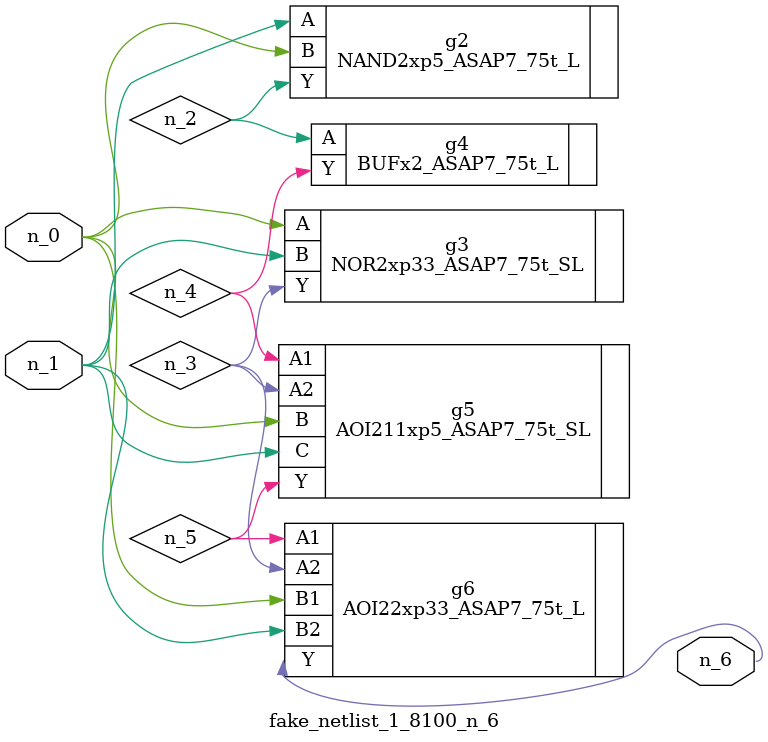
<source format=v>
module fake_netlist_1_8100_n_6 (n_1, n_0, n_6);
input n_1;
input n_0;
output n_6;
wire n_2;
wire n_4;
wire n_3;
wire n_5;
NAND2xp5_ASAP7_75t_L g2 ( .A(n_1), .B(n_0), .Y(n_2) );
NOR2xp33_ASAP7_75t_SL g3 ( .A(n_0), .B(n_1), .Y(n_3) );
BUFx2_ASAP7_75t_L g4 ( .A(n_2), .Y(n_4) );
AOI211xp5_ASAP7_75t_SL g5 ( .A1(n_4), .A2(n_3), .B(n_0), .C(n_1), .Y(n_5) );
AOI22xp33_ASAP7_75t_L g6 ( .A1(n_5), .A2(n_3), .B1(n_0), .B2(n_1), .Y(n_6) );
endmodule
</source>
